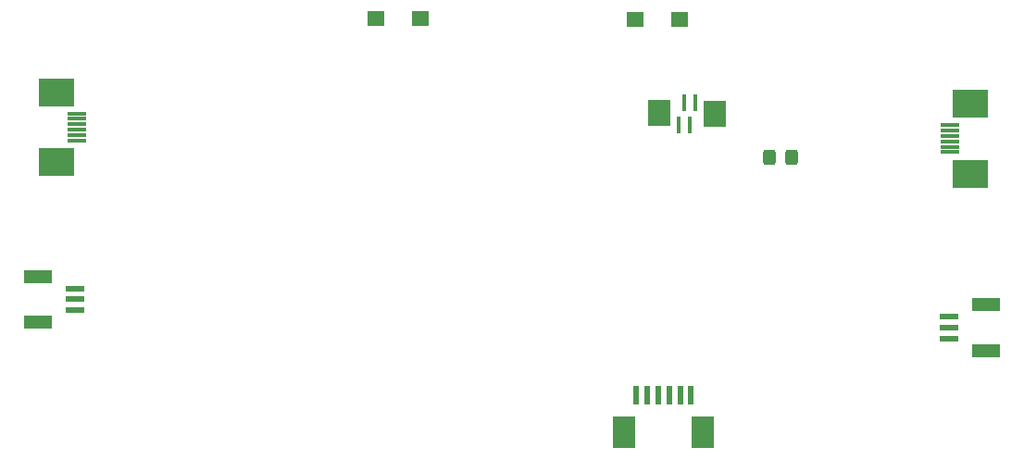
<source format=gbr>
%TF.GenerationSoftware,KiCad,Pcbnew,8.0.2*%
%TF.CreationDate,2024-06-10T22:47:20+08:00*%
%TF.ProjectId,bldcDriver,626c6463-4472-4697-9665-722e6b696361,rev?*%
%TF.SameCoordinates,Original*%
%TF.FileFunction,Paste,Top*%
%TF.FilePolarity,Positive*%
%FSLAX46Y46*%
G04 Gerber Fmt 4.6, Leading zero omitted, Abs format (unit mm)*
G04 Created by KiCad (PCBNEW 8.0.2) date 2024-06-10 22:47:20*
%MOMM*%
%LPD*%
G01*
G04 APERTURE LIST*
G04 Aperture macros list*
%AMRoundRect*
0 Rectangle with rounded corners*
0 $1 Rounding radius*
0 $2 $3 $4 $5 $6 $7 $8 $9 X,Y pos of 4 corners*
0 Add a 4 corners polygon primitive as box body*
4,1,4,$2,$3,$4,$5,$6,$7,$8,$9,$2,$3,0*
0 Add four circle primitives for the rounded corners*
1,1,$1+$1,$2,$3*
1,1,$1+$1,$4,$5*
1,1,$1+$1,$6,$7*
1,1,$1+$1,$8,$9*
0 Add four rect primitives between the rounded corners*
20,1,$1+$1,$2,$3,$4,$5,0*
20,1,$1+$1,$4,$5,$6,$7,0*
20,1,$1+$1,$6,$7,$8,$9,0*
20,1,$1+$1,$8,$9,$2,$3,0*%
G04 Aperture macros list end*
%ADD10R,0.500000X1.700000*%
%ADD11R,2.000000X3.000000*%
%ADD12R,1.700000X0.500000*%
%ADD13R,2.500000X1.200000*%
%ADD14R,0.400000X1.500000*%
%ADD15R,2.000000X2.400000*%
%ADD16R,1.800000X0.350000*%
%ADD17R,3.200000X2.500000*%
%ADD18RoundRect,0.250000X-0.325000X-0.450000X0.325000X-0.450000X0.325000X0.450000X-0.325000X0.450000X0*%
%ADD19R,1.530000X1.360000*%
G04 APERTURE END LIST*
D10*
%TO.C,J2*%
X88600000Y-66900000D03*
X89600000Y-66900000D03*
X90600000Y-66900000D03*
X91600000Y-66900000D03*
X92600000Y-66900000D03*
X93600000Y-66900000D03*
D11*
X94700000Y-70300000D03*
X87500000Y-70300000D03*
%TD*%
D12*
%TO.C,CN2*%
X117171500Y-61703500D03*
X117171500Y-60703500D03*
X117171500Y-59703500D03*
D13*
X120571500Y-58603500D03*
X120571500Y-62803500D03*
%TD*%
D14*
%TO.C,P1*%
X92487000Y-42113000D03*
X92987000Y-40085000D03*
X93487000Y-42113000D03*
X93987000Y-40085000D03*
D15*
X95800000Y-41100000D03*
X90674000Y-41091000D03*
%TD*%
D16*
%TO.C,U4*%
X117250000Y-42150000D03*
X117250000Y-42650000D03*
X117250000Y-43150000D03*
X117250000Y-43650000D03*
X117250000Y-44150000D03*
X117250000Y-44650000D03*
D17*
X119150000Y-46600000D03*
X119150000Y-40200000D03*
%TD*%
D18*
%TO.C,D12*%
X100775000Y-45100000D03*
X102825000Y-45100000D03*
%TD*%
D19*
%TO.C,SW1*%
X88465000Y-32500000D03*
X92535000Y-32500000D03*
%TD*%
%TO.C,SW2*%
X68835000Y-32400000D03*
X64765000Y-32400000D03*
%TD*%
D12*
%TO.C,CN1*%
X37285000Y-57100000D03*
X37285000Y-58100000D03*
X37285000Y-59100000D03*
D13*
X33885000Y-60200000D03*
X33885000Y-56000000D03*
%TD*%
D16*
%TO.C,U10*%
X37467000Y-43600000D03*
X37467000Y-43100000D03*
X37467000Y-42600000D03*
X37467000Y-42100000D03*
X37467000Y-41600000D03*
X37467000Y-41100000D03*
D17*
X35567000Y-39150000D03*
X35567000Y-45550000D03*
%TD*%
M02*

</source>
